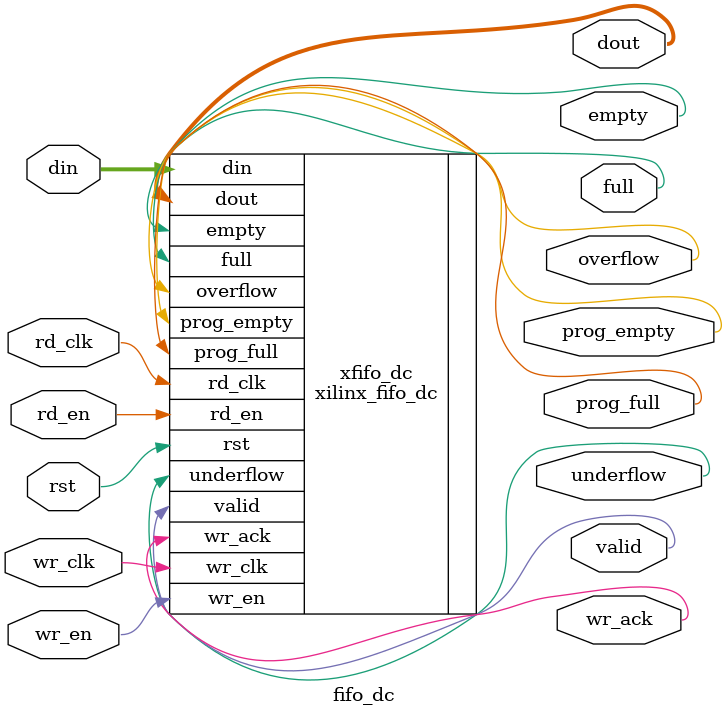
<source format=v>
/* 
 * wrappers.v
 * 
 * Copyright (c) 2007 Koen De Vleeschauwer. 
 * 
 * THIS SOFTWARE IS PROVIDED BY THE AUTHOR AND CONTRIBUTORS ``AS IS'' AND 
 * ANY EXPRESS OR IMPLIED WARRANTIES, INCLUDING, BUT NOT LIMITED TO, THE 
 * IMPLIED WARRANTIES OF MERCHANTABILITY AND FITNESS FOR A PARTICULAR PURPOSE 
 * ARE DISCLAIMED. IN NO EVENT SHALL THE AUTHOR OR CONTRIBUTORS BE LIABLE 
 * FOR ANY DIRECT, INDIRECT, INCIDENTAL, SPECIAL, EXEMPLARY, OR CONSEQUENTIAL 
 * DAMAGES (INCLUDING, BUT NOT LIMITED TO, PROCUREMENT OF SUBSTITUTE GOODS 
 * OR SERVICES; LOSS OF USE, DATA, OR PROFITS; OR BUSINESS INTERRUPTION) 
 * HOWEVER CAUSED AND ON ANY THEORY OF LIABILITY, WHETHER IN CONTRACT, STRICT 
 * LIABILITY, OR TORT (INCLUDING NEGLIGENCE OR OTHERWISE) ARISING IN ANY WAY 
 * OUT OF THE USE OF THIS SOFTWARE, EVEN IF ADVISED OF THE POSSIBILITY OF 
 * SUCH DAMAGE.
 */

/*
 * Wrappers for dpram and fifos. 
 * For each component, two versions are provided: one where read and write port share a common clock;
 * and one where read and write port have independent clocks.
 */

`undef DEBUG
//`define DEBUG 1

/* check prog_thresh is less than fifo size */
`undef CHECK_FIFO_PARAMS
`ifdef __IVERILOG__
`define CHECK_FIFO_PARAMS 1
`endif

/*
 dual-port ram with same clock for read and write port.
 */

`include "timescale.v"

module dpram_sc (
	rst,
	din,
	clk,
        wr_addr,
	wr_en,
	dout,
        rd_addr,
	rd_en
        );

  parameter dta_width=8;           /* Data bus width */
  parameter addr_width=8;          /* Address bus width, determines dpram size by evaluating 2^addr_width */
  
  input                 rst;       /* low active sync master reset */
  input                 clk;       /* clock */
                                   /* read port */
  output reg [dta_width-1:0]dout;      /* data output */
  input                 rd_en;     /* read enable */
  input [addr_width-1:0]rd_addr;   /* read address */
                                   /* write port */
  input  [dta_width-1:0]din;       /* data input */
  input                 wr_en;     /* write enable */
  input [addr_width-1:0]wr_addr;   /* read address */

  /*
   * More or less in the style given in XST User Guide v9.1, "RAMs and ROMs Coding Examples",
   * "Verilog Coding Example for Dual Port RAM With Enable On Each Port"
   */ 

  reg    [dta_width-1:0]ram[(1 << addr_width)-1:0];

  always @(posedge clk)
    if (~rst) dout <= 0;
    else if (rd_en) dout <= ram[rd_addr];
    else dout <= dout;

  always @(posedge clk)
    if (wr_en) ram[wr_addr] <= din;

`ifdef DEBUG
  always @(posedge clk)
    if (wr_en && rd_en && (rd_addr == wr_addr))
      $strobe("%m\tmemory collision error on address %x", rd_addr);
 `endif 

endmodule


/*
 dual-port ram with different clocks for read and write port
 */

module dpram_dc (
	din,
	wr_rst,
	wr_clk,
        wr_addr,
	wr_en,
	dout,
	rd_rst,
	rd_clk,
        rd_addr,
	rd_en
        );

  parameter dta_width=8;           /* Data bus width */
  parameter addr_width=8;          /* Address bus width, determines dpram size by evaluating 2^addr_width */
  
                                   /* read port */
  output reg [dta_width-1:0]dout;      /* data output */
  input                 rd_rst;    /* low active master reset, sync with read clock */
  input                 rd_clk;    /* read clock */
  input                 rd_en;     /* read enable */
  input [addr_width-1:0]rd_addr;   /* read address */
                                   /* write port */
  input  [dta_width-1:0]din;       /* data input */
  input                 wr_rst;    /* low active master reset, sync with write clock */
  input                 wr_clk;    /* write clock */
  input                 wr_en;     /* write enable */
  input [addr_width-1:0]wr_addr;   /* read address */

  reg    [dta_width-1:0]ram[(1 << addr_width)-1:0];

  always @(posedge rd_clk)
    if (~rd_rst) dout <= 0;
    else if (rd_en) dout <= ram[rd_addr];
    else dout <= dout;

  always @(posedge wr_clk)
    if (wr_en) ram[wr_addr] <= din;

endmodule

/*
 fifo with common clock for read and write port.
 */

module fifo_sc (
	clk,
	rst,
	din,
	wr_en,
	full,
	wr_ack,
	overflow,
	prog_full,
	dout,
	rd_en,
	empty,
	valid,
	underflow,
	prog_empty
        );

  parameter [8:0]dta_width=9'd8;      /* Data bus width */
  parameter [8:0]addr_width=9'd8;     /* Address bus width, determines fifo size by evaluating 2^addr_width */
  parameter [8:0]prog_thresh=9'd1;    /* Programmable threshold constant for prog_empty and prog_full */

  parameter FIFO_XILINX=0;    /* use Xilinx FIFO primitives */
  parameter check_valid=1;    /* assign x's to fifo output when valid is not asserted */
  
  input          clk;
  input          rst;         /* low active sync master reset */
  /* read port */
  output [dta_width-1:0]dout; /* data output */
  input          rd_en;       /* read enable */
  output         empty;       /* asserted if fifo is empty; no additional reads can be performed */
  output         valid;       /* valid (read acknowledge): indicates rd_en was asserted during previous clock cycle and data was succesfully read from fifo and placed on dout */
  output         underflow;   /* underflow (read error): indicates rd_en was asserted during previous clock cycle but no data was read from fifo because fifo was empty */
  output         prog_empty;  /* indicates the fifo has prog_thresh entries, or less. threshold for asserting prog_empty is prog_thresh */
  /* write port */
  input  [dta_width-1:0]din;  /* data input */
  input          wr_en;       /* write enable */
  output         full;        /* asserted if fifo is full; no additional writes can be performed */
  output         overflow;    /* overflow (write error): indicates wr_en was asserted during previous clock cycle but no data was written to fifo because fifo was full */
  output         wr_ack;      /* write acknowledge: indicates wr_en was asserted during previous clock cycle and data was succesfully written to fifo */
  output         prog_full;   /* indicates the fifo has prog_thresh free entries, or less, left. threshold for asserting prog_full is 2^addr_width - prog_thresh */

  /* Writing when the fifo is full, or reading while the fifo is empty, does not destroy the contents of the fifo. */

  generate
    if (FIFO_XILINX == 0)
      begin
        /* Implementation using "soft" fifo */
        xfifo_sc #(
          .dta_width(dta_width),
          .addr_width(addr_width),
          .prog_thresh(prog_thresh)
          )
        xfifo_sc (
          .clk(clk), 
          .rst(rst), 
          .din(din), 
          .wr_en(wr_en), 
          .full(full), 
          .wr_ack(wr_ack), 
          .overflow(overflow), 
          .prog_full(prog_full), 
          .dout(dout), 
          .rd_en(rd_en), 
          .empty(empty), 
          .valid(valid), 
          .underflow(underflow), 
          .prog_empty(prog_empty)
          );
      end
    else
      begin
        /* Implementation using "hard" fifo */
        xilinx_fifo_sc #(
          .dta_width(dta_width),
          .addr_width(addr_width),
          .prog_thresh(prog_thresh)
          )
        xfifo_sc (
          .clk(clk), 
          .rst(~rst), 
          .din(din), 
          .wr_en(wr_en), 
          .full(full), 
          .wr_ack(wr_ack), 
          .overflow(overflow), 
          .prog_full(prog_full), 
          .dout(dout), 
          .rd_en(rd_en), 
          .empty(empty), 
          .valid(valid), 
          .underflow(underflow), 
          .prog_empty(prog_empty)
          );
      end
  endgenerate

`ifdef CHECK_FIFO_PARAMS
  initial #0
      begin
        if (prog_thresh > (1<<addr_width))
          begin
            #0 $display ("%m\t*** error: inconsistent fifo parameters. addr_width: %d prog_thresh: %d. ***", addr_width, prog_thresh);
            $finish;
          end
      end

  always @(posedge clk)
    if (overflow) 
      begin
        #0 $display ("%m\t*** error: fifo overflow. ***");
      end
/*
  always @(posedge clk)
    if (underflow) 
      begin
        #0 $display ("%m\t*** warning: fifo underflow. ***");
      end
*/
`endif

endmodule

/*
 fifo with independent clock for read and write port.
 */

module fifo_dc (
	rst,
	wr_clk,
	din,
	wr_en,
	full,
	wr_ack,
	overflow,
	prog_full,
	rd_clk,
	dout,
	rd_en,
	empty,
	valid,
	underflow,
	prog_empty
        );

  parameter [8:0]dta_width=9'd8;      /* Data bus width */
  parameter [8:0]addr_width=9'd8;     /* Address bus width, determines fifo size by evaluating 2^addr_width */
  parameter [8:0]prog_thresh=9'd1;    /* Programmable threshold constant for prog_empty and prog_full */

  parameter FIFO_XILINX=1;    /* use Xilinx FIFO primitives */
  parameter check_valid=1;    /* assign x's to fifo output when valid is not asserted */
         
  input          rst;         /* low active sync master reset */
  /* read port */
  input          rd_clk;      /* read clock. positive edge active */
  output [dta_width-1:0]dout; /* data output */
  input          rd_en;       /* read enable */
  output         empty;       /* asserted if fifo is empty; no additional reads can be performed */
  output         valid;       /* valid (read acknowledge): indicates rd_en was asserted during previous clock cycle and data was succesfully read from fifo and placed on dout */
  output         underflow;   /* underflow (read error): indicates rd_en was asserted during previous clock cycle but no data was read from fifo because fifo was empty */
  output         prog_empty;  /* indicates the fifo has prog_thresh entries, or less. threshold for asserting prog_empty is prog_thresh */
  /* write port */
  input          wr_clk;      /* write clock. positive edge active */
  input  [dta_width-1:0]din;  /* data input */
  input          wr_en;       /* write enable */
  output         full;        /* asserted if fifo is full; no additional writes can be performed */
  output         overflow;    /* overflow (write error): indicates wr_en was asserted during previous clock cycle but no data was written to fifo because fifo was full */
  output         wr_ack;      /* write acknowledge: indicates wr_en was asserted during previous clock cycle and data was succesfully written to fifo */
  output         prog_full;   /* indicates the fifo has prog_thresh free entries, or less, left. threshold for asserting prog_full is 2^addr_width - prog_thresh  */
 
  /* Writing when the fifo is full, or reading while the fifo is empty, does not destroy the contents of the fifo. */
  
  xilinx_fifo_dc #(
    .dta_width(dta_width),
    .addr_width(addr_width),
    .prog_thresh(prog_thresh)
    )
  xfifo_dc (
    .rst(rst), 
    .wr_clk(wr_clk), 
    .din(din), 
    .wr_en(wr_en), 
    .full(full), 
    .wr_ack(wr_ack), 
    .overflow(overflow), 
    .prog_full(prog_full), 
    .rd_clk(rd_clk), 
    .dout(dout), 
    .rd_en(rd_en), 
    .empty(empty), 
    .valid(valid), 
    .underflow(underflow), 
    .prog_empty(prog_empty)
    );

`ifdef CHECK_FIFO_PARAMS
  initial #0
      begin
        if (prog_thresh > (1<<addr_width))
          begin
            #0 $display ("%m\t*** error: inconsistent fifo parameters. addr_width: %d prog_thresh: %d. ***", addr_width, prog_thresh);
            $finish;
          end
      end

  always @(posedge wr_clk)
    if (overflow) 
      begin
        #0 $display ("%m\t*** error: fifo overflow. ***");
      end
/*
  always @(posedge rd_clk)
    if (underflow) 
      begin
        #0 $display ("%m\t*** warning: fifo underflow. ***");
      end
*/
`endif
endmodule
/* not truncated */

</source>
